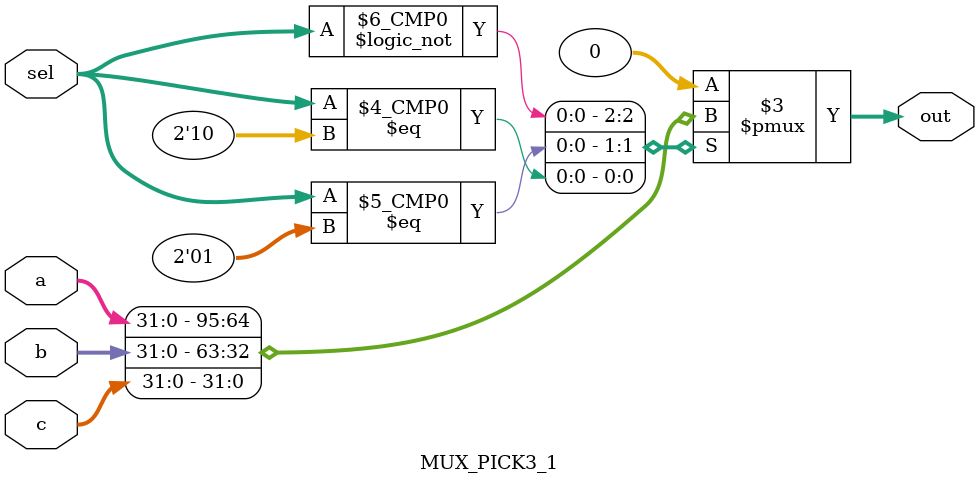
<source format=v>
`timescale 1ns / 1ps


module MUX_PICK3_1
#(parameter Width = 32)(
input [Width-1:0] a,
input [Width-1:0] b,
input [Width-1:0] c,
input [1:0] sel,
output reg [Width-1:0] out
);
always @(*)
begin
    case(sel)
        2'b00:out=a;
        2'b01:out=b;
        2'b10:out=c;
        default:out=0;   
    endcase        
end
endmodule

</source>
